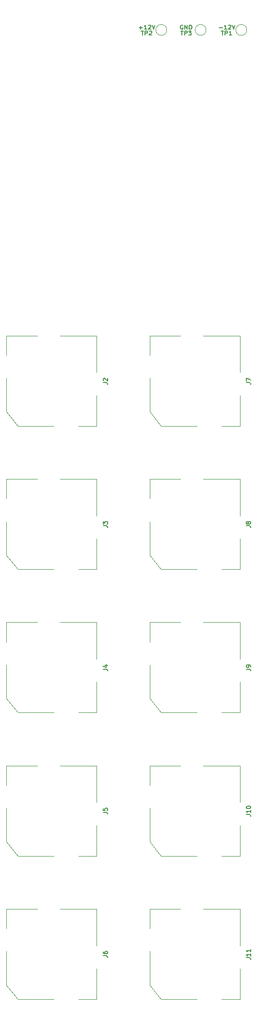
<source format=gto>
G04 #@! TF.GenerationSoftware,KiCad,Pcbnew,7.0.0-rc2-unknown-92a61b187f~165~ubuntu22.04.1*
G04 #@! TF.CreationDate,2023-02-10T20:25:43-05:00*
G04 #@! TF.ProjectId,multiples,6d756c74-6970-46c6-9573-2e6b69636164,rev?*
G04 #@! TF.SameCoordinates,Original*
G04 #@! TF.FileFunction,Legend,Top*
G04 #@! TF.FilePolarity,Positive*
%FSLAX46Y46*%
G04 Gerber Fmt 4.6, Leading zero omitted, Abs format (unit mm)*
G04 Created by KiCad (PCBNEW 7.0.0-rc2-unknown-92a61b187f~165~ubuntu22.04.1) date 2023-02-10 20:25:43*
%MOMM*%
%LPD*%
G01*
G04 APERTURE LIST*
%ADD10C,0.150000*%
%ADD11C,0.120000*%
G04 APERTURE END LIST*
D10*
G04 #@! TO.C,J8*
X221525535Y-138249999D02*
X222061250Y-138249999D01*
X222061250Y-138249999D02*
X222168392Y-138285714D01*
X222168392Y-138285714D02*
X222239821Y-138357142D01*
X222239821Y-138357142D02*
X222275535Y-138464285D01*
X222275535Y-138464285D02*
X222275535Y-138535714D01*
X221846964Y-137785713D02*
X221811250Y-137857142D01*
X221811250Y-137857142D02*
X221775535Y-137892856D01*
X221775535Y-137892856D02*
X221704107Y-137928570D01*
X221704107Y-137928570D02*
X221668392Y-137928570D01*
X221668392Y-137928570D02*
X221596964Y-137892856D01*
X221596964Y-137892856D02*
X221561250Y-137857142D01*
X221561250Y-137857142D02*
X221525535Y-137785713D01*
X221525535Y-137785713D02*
X221525535Y-137642856D01*
X221525535Y-137642856D02*
X221561250Y-137571428D01*
X221561250Y-137571428D02*
X221596964Y-137535713D01*
X221596964Y-137535713D02*
X221668392Y-137499999D01*
X221668392Y-137499999D02*
X221704107Y-137499999D01*
X221704107Y-137499999D02*
X221775535Y-137535713D01*
X221775535Y-137535713D02*
X221811250Y-137571428D01*
X221811250Y-137571428D02*
X221846964Y-137642856D01*
X221846964Y-137642856D02*
X221846964Y-137785713D01*
X221846964Y-137785713D02*
X221882678Y-137857142D01*
X221882678Y-137857142D02*
X221918392Y-137892856D01*
X221918392Y-137892856D02*
X221989821Y-137928570D01*
X221989821Y-137928570D02*
X222132678Y-137928570D01*
X222132678Y-137928570D02*
X222204107Y-137892856D01*
X222204107Y-137892856D02*
X222239821Y-137857142D01*
X222239821Y-137857142D02*
X222275535Y-137785713D01*
X222275535Y-137785713D02*
X222275535Y-137642856D01*
X222275535Y-137642856D02*
X222239821Y-137571428D01*
X222239821Y-137571428D02*
X222204107Y-137535713D01*
X222204107Y-137535713D02*
X222132678Y-137499999D01*
X222132678Y-137499999D02*
X221989821Y-137499999D01*
X221989821Y-137499999D02*
X221918392Y-137535713D01*
X221918392Y-137535713D02*
X221882678Y-137571428D01*
X221882678Y-137571428D02*
X221846964Y-137642856D01*
G04 #@! TO.C,J7*
X221525535Y-113249999D02*
X222061250Y-113249999D01*
X222061250Y-113249999D02*
X222168392Y-113285714D01*
X222168392Y-113285714D02*
X222239821Y-113357142D01*
X222239821Y-113357142D02*
X222275535Y-113464285D01*
X222275535Y-113464285D02*
X222275535Y-113535714D01*
X221525535Y-112964285D02*
X221525535Y-112464285D01*
X221525535Y-112464285D02*
X222275535Y-112785713D01*
G04 #@! TO.C,J5*
X196525535Y-188249999D02*
X197061250Y-188249999D01*
X197061250Y-188249999D02*
X197168392Y-188285714D01*
X197168392Y-188285714D02*
X197239821Y-188357142D01*
X197239821Y-188357142D02*
X197275535Y-188464285D01*
X197275535Y-188464285D02*
X197275535Y-188535714D01*
X196525535Y-187535713D02*
X196525535Y-187892856D01*
X196525535Y-187892856D02*
X196882678Y-187928570D01*
X196882678Y-187928570D02*
X196846964Y-187892856D01*
X196846964Y-187892856D02*
X196811250Y-187821428D01*
X196811250Y-187821428D02*
X196811250Y-187642856D01*
X196811250Y-187642856D02*
X196846964Y-187571428D01*
X196846964Y-187571428D02*
X196882678Y-187535713D01*
X196882678Y-187535713D02*
X196954107Y-187499999D01*
X196954107Y-187499999D02*
X197132678Y-187499999D01*
X197132678Y-187499999D02*
X197204107Y-187535713D01*
X197204107Y-187535713D02*
X197239821Y-187571428D01*
X197239821Y-187571428D02*
X197275535Y-187642856D01*
X197275535Y-187642856D02*
X197275535Y-187821428D01*
X197275535Y-187821428D02*
X197239821Y-187892856D01*
X197239821Y-187892856D02*
X197204107Y-187928570D01*
G04 #@! TO.C,TP3*
X210063571Y-51900535D02*
X210492143Y-51900535D01*
X210277857Y-52650535D02*
X210277857Y-51900535D01*
X210742143Y-52650535D02*
X210742143Y-51900535D01*
X210742143Y-51900535D02*
X211027857Y-51900535D01*
X211027857Y-51900535D02*
X211099286Y-51936250D01*
X211099286Y-51936250D02*
X211135000Y-51971964D01*
X211135000Y-51971964D02*
X211170714Y-52043392D01*
X211170714Y-52043392D02*
X211170714Y-52150535D01*
X211170714Y-52150535D02*
X211135000Y-52221964D01*
X211135000Y-52221964D02*
X211099286Y-52257678D01*
X211099286Y-52257678D02*
X211027857Y-52293392D01*
X211027857Y-52293392D02*
X210742143Y-52293392D01*
X211420714Y-51900535D02*
X211885000Y-51900535D01*
X211885000Y-51900535D02*
X211635000Y-52186250D01*
X211635000Y-52186250D02*
X211742143Y-52186250D01*
X211742143Y-52186250D02*
X211813572Y-52221964D01*
X211813572Y-52221964D02*
X211849286Y-52257678D01*
X211849286Y-52257678D02*
X211885000Y-52329107D01*
X211885000Y-52329107D02*
X211885000Y-52507678D01*
X211885000Y-52507678D02*
X211849286Y-52579107D01*
X211849286Y-52579107D02*
X211813572Y-52614821D01*
X211813572Y-52614821D02*
X211742143Y-52650535D01*
X211742143Y-52650535D02*
X211527857Y-52650535D01*
X211527857Y-52650535D02*
X211456429Y-52614821D01*
X211456429Y-52614821D02*
X211420714Y-52579107D01*
X210438571Y-50920250D02*
X210367143Y-50884535D01*
X210367143Y-50884535D02*
X210260000Y-50884535D01*
X210260000Y-50884535D02*
X210152857Y-50920250D01*
X210152857Y-50920250D02*
X210081428Y-50991678D01*
X210081428Y-50991678D02*
X210045714Y-51063107D01*
X210045714Y-51063107D02*
X210010000Y-51205964D01*
X210010000Y-51205964D02*
X210010000Y-51313107D01*
X210010000Y-51313107D02*
X210045714Y-51455964D01*
X210045714Y-51455964D02*
X210081428Y-51527392D01*
X210081428Y-51527392D02*
X210152857Y-51598821D01*
X210152857Y-51598821D02*
X210260000Y-51634535D01*
X210260000Y-51634535D02*
X210331428Y-51634535D01*
X210331428Y-51634535D02*
X210438571Y-51598821D01*
X210438571Y-51598821D02*
X210474285Y-51563107D01*
X210474285Y-51563107D02*
X210474285Y-51313107D01*
X210474285Y-51313107D02*
X210331428Y-51313107D01*
X210795714Y-51634535D02*
X210795714Y-50884535D01*
X210795714Y-50884535D02*
X211224285Y-51634535D01*
X211224285Y-51634535D02*
X211224285Y-50884535D01*
X211581428Y-51634535D02*
X211581428Y-50884535D01*
X211581428Y-50884535D02*
X211759999Y-50884535D01*
X211759999Y-50884535D02*
X211867142Y-50920250D01*
X211867142Y-50920250D02*
X211938571Y-50991678D01*
X211938571Y-50991678D02*
X211974285Y-51063107D01*
X211974285Y-51063107D02*
X212009999Y-51205964D01*
X212009999Y-51205964D02*
X212009999Y-51313107D01*
X212009999Y-51313107D02*
X211974285Y-51455964D01*
X211974285Y-51455964D02*
X211938571Y-51527392D01*
X211938571Y-51527392D02*
X211867142Y-51598821D01*
X211867142Y-51598821D02*
X211759999Y-51634535D01*
X211759999Y-51634535D02*
X211581428Y-51634535D01*
G04 #@! TO.C,TP2*
X203193571Y-51900535D02*
X203622143Y-51900535D01*
X203407857Y-52650535D02*
X203407857Y-51900535D01*
X203872143Y-52650535D02*
X203872143Y-51900535D01*
X203872143Y-51900535D02*
X204157857Y-51900535D01*
X204157857Y-51900535D02*
X204229286Y-51936250D01*
X204229286Y-51936250D02*
X204265000Y-51971964D01*
X204265000Y-51971964D02*
X204300714Y-52043392D01*
X204300714Y-52043392D02*
X204300714Y-52150535D01*
X204300714Y-52150535D02*
X204265000Y-52221964D01*
X204265000Y-52221964D02*
X204229286Y-52257678D01*
X204229286Y-52257678D02*
X204157857Y-52293392D01*
X204157857Y-52293392D02*
X203872143Y-52293392D01*
X204586429Y-51971964D02*
X204622143Y-51936250D01*
X204622143Y-51936250D02*
X204693572Y-51900535D01*
X204693572Y-51900535D02*
X204872143Y-51900535D01*
X204872143Y-51900535D02*
X204943572Y-51936250D01*
X204943572Y-51936250D02*
X204979286Y-51971964D01*
X204979286Y-51971964D02*
X205015000Y-52043392D01*
X205015000Y-52043392D02*
X205015000Y-52114821D01*
X205015000Y-52114821D02*
X204979286Y-52221964D01*
X204979286Y-52221964D02*
X204550714Y-52650535D01*
X204550714Y-52650535D02*
X205015000Y-52650535D01*
X202818571Y-51348821D02*
X203390000Y-51348821D01*
X203104285Y-51634535D02*
X203104285Y-51063107D01*
X204139999Y-51634535D02*
X203711428Y-51634535D01*
X203925713Y-51634535D02*
X203925713Y-50884535D01*
X203925713Y-50884535D02*
X203854285Y-50991678D01*
X203854285Y-50991678D02*
X203782856Y-51063107D01*
X203782856Y-51063107D02*
X203711428Y-51098821D01*
X204425714Y-50955964D02*
X204461428Y-50920250D01*
X204461428Y-50920250D02*
X204532857Y-50884535D01*
X204532857Y-50884535D02*
X204711428Y-50884535D01*
X204711428Y-50884535D02*
X204782857Y-50920250D01*
X204782857Y-50920250D02*
X204818571Y-50955964D01*
X204818571Y-50955964D02*
X204854285Y-51027392D01*
X204854285Y-51027392D02*
X204854285Y-51098821D01*
X204854285Y-51098821D02*
X204818571Y-51205964D01*
X204818571Y-51205964D02*
X204389999Y-51634535D01*
X204389999Y-51634535D02*
X204854285Y-51634535D01*
X205068571Y-50884535D02*
X205318571Y-51634535D01*
X205318571Y-51634535D02*
X205568571Y-50884535D01*
G04 #@! TO.C,J9*
X221525535Y-163249999D02*
X222061250Y-163249999D01*
X222061250Y-163249999D02*
X222168392Y-163285714D01*
X222168392Y-163285714D02*
X222239821Y-163357142D01*
X222239821Y-163357142D02*
X222275535Y-163464285D01*
X222275535Y-163464285D02*
X222275535Y-163535714D01*
X222275535Y-162857142D02*
X222275535Y-162714285D01*
X222275535Y-162714285D02*
X222239821Y-162642856D01*
X222239821Y-162642856D02*
X222204107Y-162607142D01*
X222204107Y-162607142D02*
X222096964Y-162535713D01*
X222096964Y-162535713D02*
X221954107Y-162499999D01*
X221954107Y-162499999D02*
X221668392Y-162499999D01*
X221668392Y-162499999D02*
X221596964Y-162535713D01*
X221596964Y-162535713D02*
X221561250Y-162571428D01*
X221561250Y-162571428D02*
X221525535Y-162642856D01*
X221525535Y-162642856D02*
X221525535Y-162785713D01*
X221525535Y-162785713D02*
X221561250Y-162857142D01*
X221561250Y-162857142D02*
X221596964Y-162892856D01*
X221596964Y-162892856D02*
X221668392Y-162928570D01*
X221668392Y-162928570D02*
X221846964Y-162928570D01*
X221846964Y-162928570D02*
X221918392Y-162892856D01*
X221918392Y-162892856D02*
X221954107Y-162857142D01*
X221954107Y-162857142D02*
X221989821Y-162785713D01*
X221989821Y-162785713D02*
X221989821Y-162642856D01*
X221989821Y-162642856D02*
X221954107Y-162571428D01*
X221954107Y-162571428D02*
X221918392Y-162535713D01*
X221918392Y-162535713D02*
X221846964Y-162499999D01*
G04 #@! TO.C,J4*
X196525535Y-163249999D02*
X197061250Y-163249999D01*
X197061250Y-163249999D02*
X197168392Y-163285714D01*
X197168392Y-163285714D02*
X197239821Y-163357142D01*
X197239821Y-163357142D02*
X197275535Y-163464285D01*
X197275535Y-163464285D02*
X197275535Y-163535714D01*
X196775535Y-162571428D02*
X197275535Y-162571428D01*
X196489821Y-162749999D02*
X197025535Y-162928570D01*
X197025535Y-162928570D02*
X197025535Y-162464285D01*
G04 #@! TO.C,J3*
X196525535Y-138249999D02*
X197061250Y-138249999D01*
X197061250Y-138249999D02*
X197168392Y-138285714D01*
X197168392Y-138285714D02*
X197239821Y-138357142D01*
X197239821Y-138357142D02*
X197275535Y-138464285D01*
X197275535Y-138464285D02*
X197275535Y-138535714D01*
X196525535Y-137964285D02*
X196525535Y-137499999D01*
X196525535Y-137499999D02*
X196811250Y-137749999D01*
X196811250Y-137749999D02*
X196811250Y-137642856D01*
X196811250Y-137642856D02*
X196846964Y-137571428D01*
X196846964Y-137571428D02*
X196882678Y-137535713D01*
X196882678Y-137535713D02*
X196954107Y-137499999D01*
X196954107Y-137499999D02*
X197132678Y-137499999D01*
X197132678Y-137499999D02*
X197204107Y-137535713D01*
X197204107Y-137535713D02*
X197239821Y-137571428D01*
X197239821Y-137571428D02*
X197275535Y-137642856D01*
X197275535Y-137642856D02*
X197275535Y-137857142D01*
X197275535Y-137857142D02*
X197239821Y-137928570D01*
X197239821Y-137928570D02*
X197204107Y-137964285D01*
G04 #@! TO.C,J10*
X221525535Y-188607142D02*
X222061250Y-188607142D01*
X222061250Y-188607142D02*
X222168392Y-188642857D01*
X222168392Y-188642857D02*
X222239821Y-188714285D01*
X222239821Y-188714285D02*
X222275535Y-188821428D01*
X222275535Y-188821428D02*
X222275535Y-188892857D01*
X222275535Y-187857142D02*
X222275535Y-188285713D01*
X222275535Y-188071428D02*
X221525535Y-188071428D01*
X221525535Y-188071428D02*
X221632678Y-188142856D01*
X221632678Y-188142856D02*
X221704107Y-188214285D01*
X221704107Y-188214285D02*
X221739821Y-188285713D01*
X221525535Y-187392856D02*
X221525535Y-187321427D01*
X221525535Y-187321427D02*
X221561250Y-187249999D01*
X221561250Y-187249999D02*
X221596964Y-187214285D01*
X221596964Y-187214285D02*
X221668392Y-187178570D01*
X221668392Y-187178570D02*
X221811250Y-187142856D01*
X221811250Y-187142856D02*
X221989821Y-187142856D01*
X221989821Y-187142856D02*
X222132678Y-187178570D01*
X222132678Y-187178570D02*
X222204107Y-187214285D01*
X222204107Y-187214285D02*
X222239821Y-187249999D01*
X222239821Y-187249999D02*
X222275535Y-187321427D01*
X222275535Y-187321427D02*
X222275535Y-187392856D01*
X222275535Y-187392856D02*
X222239821Y-187464285D01*
X222239821Y-187464285D02*
X222204107Y-187499999D01*
X222204107Y-187499999D02*
X222132678Y-187535713D01*
X222132678Y-187535713D02*
X221989821Y-187571427D01*
X221989821Y-187571427D02*
X221811250Y-187571427D01*
X221811250Y-187571427D02*
X221668392Y-187535713D01*
X221668392Y-187535713D02*
X221596964Y-187499999D01*
X221596964Y-187499999D02*
X221561250Y-187464285D01*
X221561250Y-187464285D02*
X221525535Y-187392856D01*
G04 #@! TO.C,J6*
X196525535Y-213249999D02*
X197061250Y-213249999D01*
X197061250Y-213249999D02*
X197168392Y-213285714D01*
X197168392Y-213285714D02*
X197239821Y-213357142D01*
X197239821Y-213357142D02*
X197275535Y-213464285D01*
X197275535Y-213464285D02*
X197275535Y-213535714D01*
X196525535Y-212571428D02*
X196525535Y-212714285D01*
X196525535Y-212714285D02*
X196561250Y-212785713D01*
X196561250Y-212785713D02*
X196596964Y-212821428D01*
X196596964Y-212821428D02*
X196704107Y-212892856D01*
X196704107Y-212892856D02*
X196846964Y-212928570D01*
X196846964Y-212928570D02*
X197132678Y-212928570D01*
X197132678Y-212928570D02*
X197204107Y-212892856D01*
X197204107Y-212892856D02*
X197239821Y-212857142D01*
X197239821Y-212857142D02*
X197275535Y-212785713D01*
X197275535Y-212785713D02*
X197275535Y-212642856D01*
X197275535Y-212642856D02*
X197239821Y-212571428D01*
X197239821Y-212571428D02*
X197204107Y-212535713D01*
X197204107Y-212535713D02*
X197132678Y-212499999D01*
X197132678Y-212499999D02*
X196954107Y-212499999D01*
X196954107Y-212499999D02*
X196882678Y-212535713D01*
X196882678Y-212535713D02*
X196846964Y-212571428D01*
X196846964Y-212571428D02*
X196811250Y-212642856D01*
X196811250Y-212642856D02*
X196811250Y-212785713D01*
X196811250Y-212785713D02*
X196846964Y-212857142D01*
X196846964Y-212857142D02*
X196882678Y-212892856D01*
X196882678Y-212892856D02*
X196954107Y-212928570D01*
G04 #@! TO.C,TP1*
X217163571Y-51900535D02*
X217592143Y-51900535D01*
X217377857Y-52650535D02*
X217377857Y-51900535D01*
X217842143Y-52650535D02*
X217842143Y-51900535D01*
X217842143Y-51900535D02*
X218127857Y-51900535D01*
X218127857Y-51900535D02*
X218199286Y-51936250D01*
X218199286Y-51936250D02*
X218235000Y-51971964D01*
X218235000Y-51971964D02*
X218270714Y-52043392D01*
X218270714Y-52043392D02*
X218270714Y-52150535D01*
X218270714Y-52150535D02*
X218235000Y-52221964D01*
X218235000Y-52221964D02*
X218199286Y-52257678D01*
X218199286Y-52257678D02*
X218127857Y-52293392D01*
X218127857Y-52293392D02*
X217842143Y-52293392D01*
X218985000Y-52650535D02*
X218556429Y-52650535D01*
X218770714Y-52650535D02*
X218770714Y-51900535D01*
X218770714Y-51900535D02*
X218699286Y-52007678D01*
X218699286Y-52007678D02*
X218627857Y-52079107D01*
X218627857Y-52079107D02*
X218556429Y-52114821D01*
X216788571Y-51348821D02*
X217360000Y-51348821D01*
X218109999Y-51634535D02*
X217681428Y-51634535D01*
X217895713Y-51634535D02*
X217895713Y-50884535D01*
X217895713Y-50884535D02*
X217824285Y-50991678D01*
X217824285Y-50991678D02*
X217752856Y-51063107D01*
X217752856Y-51063107D02*
X217681428Y-51098821D01*
X218395714Y-50955964D02*
X218431428Y-50920250D01*
X218431428Y-50920250D02*
X218502857Y-50884535D01*
X218502857Y-50884535D02*
X218681428Y-50884535D01*
X218681428Y-50884535D02*
X218752857Y-50920250D01*
X218752857Y-50920250D02*
X218788571Y-50955964D01*
X218788571Y-50955964D02*
X218824285Y-51027392D01*
X218824285Y-51027392D02*
X218824285Y-51098821D01*
X218824285Y-51098821D02*
X218788571Y-51205964D01*
X218788571Y-51205964D02*
X218359999Y-51634535D01*
X218359999Y-51634535D02*
X218824285Y-51634535D01*
X219038571Y-50884535D02*
X219288571Y-51634535D01*
X219288571Y-51634535D02*
X219538571Y-50884535D01*
G04 #@! TO.C,J11*
X221525535Y-213607142D02*
X222061250Y-213607142D01*
X222061250Y-213607142D02*
X222168392Y-213642857D01*
X222168392Y-213642857D02*
X222239821Y-213714285D01*
X222239821Y-213714285D02*
X222275535Y-213821428D01*
X222275535Y-213821428D02*
X222275535Y-213892857D01*
X222275535Y-212857142D02*
X222275535Y-213285713D01*
X222275535Y-213071428D02*
X221525535Y-213071428D01*
X221525535Y-213071428D02*
X221632678Y-213142856D01*
X221632678Y-213142856D02*
X221704107Y-213214285D01*
X221704107Y-213214285D02*
X221739821Y-213285713D01*
X222275535Y-212142856D02*
X222275535Y-212571427D01*
X222275535Y-212357142D02*
X221525535Y-212357142D01*
X221525535Y-212357142D02*
X221632678Y-212428570D01*
X221632678Y-212428570D02*
X221704107Y-212499999D01*
X221704107Y-212499999D02*
X221739821Y-212571427D01*
G04 #@! TO.C,J2*
X196525535Y-113249999D02*
X197061250Y-113249999D01*
X197061250Y-113249999D02*
X197168392Y-113285714D01*
X197168392Y-113285714D02*
X197239821Y-113357142D01*
X197239821Y-113357142D02*
X197275535Y-113464285D01*
X197275535Y-113464285D02*
X197275535Y-113535714D01*
X196596964Y-112928570D02*
X196561250Y-112892856D01*
X196561250Y-112892856D02*
X196525535Y-112821428D01*
X196525535Y-112821428D02*
X196525535Y-112642856D01*
X196525535Y-112642856D02*
X196561250Y-112571428D01*
X196561250Y-112571428D02*
X196596964Y-112535713D01*
X196596964Y-112535713D02*
X196668392Y-112499999D01*
X196668392Y-112499999D02*
X196739821Y-112499999D01*
X196739821Y-112499999D02*
X196846964Y-112535713D01*
X196846964Y-112535713D02*
X197275535Y-112964285D01*
X197275535Y-112964285D02*
X197275535Y-112499999D01*
D11*
G04 #@! TO.C,J8*
X220400000Y-130100000D02*
X220400000Y-136500000D01*
X214000000Y-130100000D02*
X220400000Y-130100000D01*
X204650000Y-130100000D02*
X210000000Y-130100000D01*
X204650000Y-133500000D02*
X204650000Y-130100000D01*
X220400000Y-140500000D02*
X220400000Y-145850000D01*
X204650000Y-143350000D02*
X204650000Y-137500000D01*
X220400000Y-145850000D02*
X217200000Y-145850000D01*
X212900000Y-145850000D02*
X206700000Y-145850000D01*
X206700000Y-145850000D02*
X206650000Y-145850000D01*
X206650000Y-145850000D02*
X204650000Y-143350000D01*
G04 #@! TO.C,J7*
X220400000Y-105100000D02*
X220400000Y-111500000D01*
X214000000Y-105100000D02*
X220400000Y-105100000D01*
X204650000Y-105100000D02*
X210000000Y-105100000D01*
X204650000Y-108500000D02*
X204650000Y-105100000D01*
X220400000Y-115500000D02*
X220400000Y-120850000D01*
X204650000Y-118350000D02*
X204650000Y-112500000D01*
X220400000Y-120850000D02*
X217200000Y-120850000D01*
X212900000Y-120850000D02*
X206700000Y-120850000D01*
X206700000Y-120850000D02*
X206650000Y-120850000D01*
X206650000Y-120850000D02*
X204650000Y-118350000D01*
G04 #@! TO.C,J5*
X195400000Y-180100000D02*
X195400000Y-186500000D01*
X189000000Y-180100000D02*
X195400000Y-180100000D01*
X179650000Y-180100000D02*
X185000000Y-180100000D01*
X179650000Y-183500000D02*
X179650000Y-180100000D01*
X195400000Y-190500000D02*
X195400000Y-195850000D01*
X179650000Y-193350000D02*
X179650000Y-187500000D01*
X195400000Y-195850000D02*
X192200000Y-195850000D01*
X187900000Y-195850000D02*
X181700000Y-195850000D01*
X181700000Y-195850000D02*
X181650000Y-195850000D01*
X181650000Y-195850000D02*
X179650000Y-193350000D01*
G04 #@! TO.C,TP3*
X214500000Y-51740000D02*
G75*
G03*
X214500000Y-51740000I-950000J0D01*
G01*
G04 #@! TO.C,TP2*
X207630000Y-51740000D02*
G75*
G03*
X207630000Y-51740000I-950000J0D01*
G01*
G04 #@! TO.C,J9*
X220400000Y-155100000D02*
X220400000Y-161500000D01*
X214000000Y-155100000D02*
X220400000Y-155100000D01*
X204650000Y-155100000D02*
X210000000Y-155100000D01*
X204650000Y-158500000D02*
X204650000Y-155100000D01*
X220400000Y-165500000D02*
X220400000Y-170850000D01*
X204650000Y-168350000D02*
X204650000Y-162500000D01*
X220400000Y-170850000D02*
X217200000Y-170850000D01*
X212900000Y-170850000D02*
X206700000Y-170850000D01*
X206700000Y-170850000D02*
X206650000Y-170850000D01*
X206650000Y-170850000D02*
X204650000Y-168350000D01*
G04 #@! TO.C,J4*
X195400000Y-155100000D02*
X195400000Y-161500000D01*
X189000000Y-155100000D02*
X195400000Y-155100000D01*
X179650000Y-155100000D02*
X185000000Y-155100000D01*
X179650000Y-158500000D02*
X179650000Y-155100000D01*
X195400000Y-165500000D02*
X195400000Y-170850000D01*
X179650000Y-168350000D02*
X179650000Y-162500000D01*
X195400000Y-170850000D02*
X192200000Y-170850000D01*
X187900000Y-170850000D02*
X181700000Y-170850000D01*
X181700000Y-170850000D02*
X181650000Y-170850000D01*
X181650000Y-170850000D02*
X179650000Y-168350000D01*
G04 #@! TO.C,J3*
X195400000Y-130100000D02*
X195400000Y-136500000D01*
X189000000Y-130100000D02*
X195400000Y-130100000D01*
X179650000Y-130100000D02*
X185000000Y-130100000D01*
X179650000Y-133500000D02*
X179650000Y-130100000D01*
X195400000Y-140500000D02*
X195400000Y-145850000D01*
X179650000Y-143350000D02*
X179650000Y-137500000D01*
X195400000Y-145850000D02*
X192200000Y-145850000D01*
X187900000Y-145850000D02*
X181700000Y-145850000D01*
X181700000Y-145850000D02*
X181650000Y-145850000D01*
X181650000Y-145850000D02*
X179650000Y-143350000D01*
G04 #@! TO.C,J10*
X220400000Y-180100000D02*
X220400000Y-186500000D01*
X214000000Y-180100000D02*
X220400000Y-180100000D01*
X204650000Y-180100000D02*
X210000000Y-180100000D01*
X204650000Y-183500000D02*
X204650000Y-180100000D01*
X220400000Y-190500000D02*
X220400000Y-195850000D01*
X204650000Y-193350000D02*
X204650000Y-187500000D01*
X220400000Y-195850000D02*
X217200000Y-195850000D01*
X212900000Y-195850000D02*
X206700000Y-195850000D01*
X206700000Y-195850000D02*
X206650000Y-195850000D01*
X206650000Y-195850000D02*
X204650000Y-193350000D01*
G04 #@! TO.C,J6*
X195400000Y-205100000D02*
X195400000Y-211500000D01*
X189000000Y-205100000D02*
X195400000Y-205100000D01*
X179650000Y-205100000D02*
X185000000Y-205100000D01*
X179650000Y-208500000D02*
X179650000Y-205100000D01*
X195400000Y-215500000D02*
X195400000Y-220850000D01*
X179650000Y-218350000D02*
X179650000Y-212500000D01*
X195400000Y-220850000D02*
X192200000Y-220850000D01*
X187900000Y-220850000D02*
X181700000Y-220850000D01*
X181700000Y-220850000D02*
X181650000Y-220850000D01*
X181650000Y-220850000D02*
X179650000Y-218350000D01*
G04 #@! TO.C,TP1*
X221600000Y-51740000D02*
G75*
G03*
X221600000Y-51740000I-950000J0D01*
G01*
G04 #@! TO.C,J11*
X220400000Y-205100000D02*
X220400000Y-211500000D01*
X214000000Y-205100000D02*
X220400000Y-205100000D01*
X204650000Y-205100000D02*
X210000000Y-205100000D01*
X204650000Y-208500000D02*
X204650000Y-205100000D01*
X220400000Y-215500000D02*
X220400000Y-220850000D01*
X204650000Y-218350000D02*
X204650000Y-212500000D01*
X220400000Y-220850000D02*
X217200000Y-220850000D01*
X212900000Y-220850000D02*
X206700000Y-220850000D01*
X206700000Y-220850000D02*
X206650000Y-220850000D01*
X206650000Y-220850000D02*
X204650000Y-218350000D01*
G04 #@! TO.C,J2*
X195400000Y-105100000D02*
X195400000Y-111500000D01*
X189000000Y-105100000D02*
X195400000Y-105100000D01*
X179650000Y-105100000D02*
X185000000Y-105100000D01*
X179650000Y-108500000D02*
X179650000Y-105100000D01*
X195400000Y-115500000D02*
X195400000Y-120850000D01*
X179650000Y-118350000D02*
X179650000Y-112500000D01*
X195400000Y-120850000D02*
X192200000Y-120850000D01*
X187900000Y-120850000D02*
X181700000Y-120850000D01*
X181700000Y-120850000D02*
X181650000Y-120850000D01*
X181650000Y-120850000D02*
X179650000Y-118350000D01*
G04 #@! TD*
M02*

</source>
